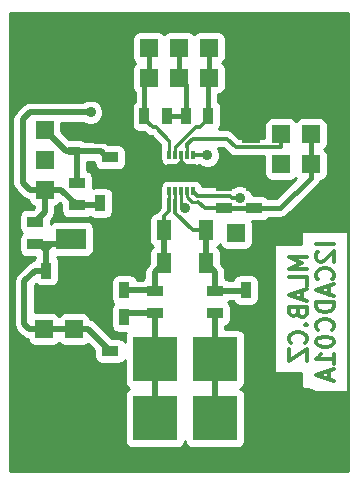
<source format=gbr>
G04 #@! TF.FileFunction,Copper,L2,Bot,Signal*
%FSLAX46Y46*%
G04 Gerber Fmt 4.6, Leading zero omitted, Abs format (unit mm)*
G04 Created by KiCad (PCBNEW (2015-05-13 BZR 5653)-product) date 10. 9. 2015 8:10:11*
%MOMM*%
G01*
G04 APERTURE LIST*
%ADD10C,0.300000*%
%ADD11R,0.889000X1.397000*%
%ADD12R,1.397000X0.889000*%
%ADD13R,2.499360X1.800860*%
%ADD14R,1.300480X1.699260*%
%ADD15R,1.000760X0.800100*%
%ADD16R,1.524000X1.524000*%
%ADD17C,6.000000*%
%ADD18R,3.810000X3.810000*%
%ADD19R,0.300000X0.650000*%
%ADD20R,1.240000X0.775000*%
%ADD21C,0.889000*%
%ADD22C,0.400000*%
%ADD23C,0.254000*%
%ADD24C,0.500000*%
G04 APERTURE END LIST*
D10*
X28364571Y20156570D02*
X26864571Y20156570D01*
X27007429Y19513713D02*
X26936000Y19442284D01*
X26864571Y19299427D01*
X26864571Y18942284D01*
X26936000Y18799427D01*
X27007429Y18727998D01*
X27150286Y18656570D01*
X27293143Y18656570D01*
X27507429Y18727998D01*
X28364571Y19585141D01*
X28364571Y18656570D01*
X28221714Y17156570D02*
X28293143Y17227999D01*
X28364571Y17442285D01*
X28364571Y17585142D01*
X28293143Y17799427D01*
X28150286Y17942285D01*
X28007429Y18013713D01*
X27721714Y18085142D01*
X27507429Y18085142D01*
X27221714Y18013713D01*
X27078857Y17942285D01*
X26936000Y17799427D01*
X26864571Y17585142D01*
X26864571Y17442285D01*
X26936000Y17227999D01*
X27007429Y17156570D01*
X27936000Y16585142D02*
X27936000Y15870856D01*
X28364571Y16727999D02*
X26864571Y16227999D01*
X28364571Y15727999D01*
X28364571Y15227999D02*
X26864571Y15227999D01*
X26864571Y14870856D01*
X26936000Y14656571D01*
X27078857Y14513713D01*
X27221714Y14442285D01*
X27507429Y14370856D01*
X27721714Y14370856D01*
X28007429Y14442285D01*
X28150286Y14513713D01*
X28293143Y14656571D01*
X28364571Y14870856D01*
X28364571Y15227999D01*
X28221714Y12870856D02*
X28293143Y12942285D01*
X28364571Y13156571D01*
X28364571Y13299428D01*
X28293143Y13513713D01*
X28150286Y13656571D01*
X28007429Y13727999D01*
X27721714Y13799428D01*
X27507429Y13799428D01*
X27221714Y13727999D01*
X27078857Y13656571D01*
X26936000Y13513713D01*
X26864571Y13299428D01*
X26864571Y13156571D01*
X26936000Y12942285D01*
X27007429Y12870856D01*
X26864571Y11942285D02*
X26864571Y11799428D01*
X26936000Y11656571D01*
X27007429Y11585142D01*
X27150286Y11513713D01*
X27436000Y11442285D01*
X27793143Y11442285D01*
X28078857Y11513713D01*
X28221714Y11585142D01*
X28293143Y11656571D01*
X28364571Y11799428D01*
X28364571Y11942285D01*
X28293143Y12085142D01*
X28221714Y12156571D01*
X28078857Y12227999D01*
X27793143Y12299428D01*
X27436000Y12299428D01*
X27150286Y12227999D01*
X27007429Y12156571D01*
X26936000Y12085142D01*
X26864571Y11942285D01*
X28364571Y10013714D02*
X28364571Y10870857D01*
X28364571Y10442285D02*
X26864571Y10442285D01*
X27078857Y10585142D01*
X27221714Y10728000D01*
X27293143Y10870857D01*
X27936000Y9442286D02*
X27936000Y8728000D01*
X28364571Y9585143D02*
X26864571Y9085143D01*
X28364571Y8585143D01*
X26078571Y19053428D02*
X24578571Y19053428D01*
X25650000Y18553428D01*
X24578571Y18053428D01*
X26078571Y18053428D01*
X26078571Y16624856D02*
X26078571Y17339142D01*
X24578571Y17339142D01*
X25650000Y16196285D02*
X25650000Y15481999D01*
X26078571Y16339142D02*
X24578571Y15839142D01*
X26078571Y15339142D01*
X25292857Y14339142D02*
X25364286Y14124856D01*
X25435714Y14053428D01*
X25578571Y13981999D01*
X25792857Y13981999D01*
X25935714Y14053428D01*
X26007143Y14124856D01*
X26078571Y14267714D01*
X26078571Y14839142D01*
X24578571Y14839142D01*
X24578571Y14339142D01*
X24650000Y14196285D01*
X24721429Y14124856D01*
X24864286Y14053428D01*
X25007143Y14053428D01*
X25150000Y14124856D01*
X25221429Y14196285D01*
X25292857Y14339142D01*
X25292857Y14839142D01*
X25935714Y13339142D02*
X26007143Y13267714D01*
X26078571Y13339142D01*
X26007143Y13410571D01*
X25935714Y13339142D01*
X26078571Y13339142D01*
X25935714Y11767713D02*
X26007143Y11839142D01*
X26078571Y12053428D01*
X26078571Y12196285D01*
X26007143Y12410570D01*
X25864286Y12553428D01*
X25721429Y12624856D01*
X25435714Y12696285D01*
X25221429Y12696285D01*
X24935714Y12624856D01*
X24792857Y12553428D01*
X24650000Y12410570D01*
X24578571Y12196285D01*
X24578571Y12053428D01*
X24650000Y11839142D01*
X24721429Y11767713D01*
X24578571Y11267713D02*
X24578571Y10267713D01*
X26078571Y11267713D01*
X26078571Y10267713D01*
D11*
X22796500Y16256000D03*
X20891500Y16256000D03*
X10604500Y16256000D03*
X8699500Y16256000D03*
D12*
X21590000Y25082500D03*
X21590000Y23177500D03*
X19050000Y25082500D03*
X19050000Y23177500D03*
D13*
X10126980Y20574000D03*
X6129020Y20574000D03*
D14*
X17498060Y18542000D03*
X13997940Y18542000D03*
X13997940Y21336000D03*
X17498060Y21336000D03*
D15*
X8592820Y28956000D03*
X6393180Y29908500D03*
X6393180Y28003500D03*
D16*
X3810000Y15494000D03*
X6350000Y15494000D03*
X3810000Y12954000D03*
X6350000Y12954000D03*
X3810000Y10414000D03*
X6350000Y10414000D03*
X22606000Y21082000D03*
X20066000Y21082000D03*
X26416000Y26924000D03*
X23876000Y26924000D03*
X26416000Y29464000D03*
X23876000Y29464000D03*
X20320000Y36766500D03*
X20320000Y34226500D03*
X17780000Y36766500D03*
X17780000Y34226500D03*
X15240000Y36766500D03*
X15240000Y34226500D03*
X12700000Y36766500D03*
X12700000Y34226500D03*
X10160000Y36766500D03*
X10160000Y34226500D03*
D17*
X5080000Y35560000D03*
X25400000Y5080000D03*
X25400000Y35560000D03*
X5080000Y5080000D03*
D18*
X18288000Y5414000D03*
X18288000Y10414000D03*
X13208000Y5414000D03*
X13208000Y10414000D03*
D12*
X18288000Y16192500D03*
X18288000Y14287500D03*
X13208000Y16192500D03*
X13208000Y14287500D03*
X6604000Y25336500D03*
X6604000Y23431500D03*
D11*
X17716500Y30988000D03*
X15811500Y30988000D03*
X12319000Y30988000D03*
X14224000Y30988000D03*
D19*
X16430500Y24612000D03*
X15930500Y24612000D03*
X15430500Y24612000D03*
X14930500Y24612000D03*
X14430500Y24612000D03*
X14430500Y27712000D03*
X14930500Y27712000D03*
X15430500Y27712000D03*
X15930500Y27712000D03*
X16430500Y27712000D03*
D20*
X14810500Y26549500D03*
X16050500Y26549500D03*
X14810500Y25774500D03*
X16050500Y25774500D03*
D16*
X3873500Y24765000D03*
X3873500Y27305000D03*
X3873500Y29845000D03*
X21336000Y26924000D03*
X21336000Y29464000D03*
D12*
X3048000Y20129500D03*
X3048000Y22034500D03*
D11*
X5905500Y17907000D03*
X4000500Y17907000D03*
X10477500Y23622000D03*
X8572500Y23622000D03*
D12*
X9398000Y9207500D03*
X9398000Y11112500D03*
X9398000Y25590500D03*
X9398000Y27495500D03*
D11*
X8699500Y13970000D03*
X10604500Y13970000D03*
D21*
X7757524Y31309999D03*
X15748000Y23177500D03*
X17653000Y27686000D03*
X20402158Y24041436D03*
D22*
X20320000Y36766500D02*
X20320000Y34226500D01*
X10160000Y36766500D02*
X10160000Y34226500D01*
D23*
X15430500Y27169500D02*
X16050500Y26549500D01*
X15430500Y27169500D02*
X14810500Y26549500D01*
X15430500Y27712000D02*
X15430500Y27169500D01*
X14930500Y24612000D02*
X14930500Y23846618D01*
D10*
X17498060Y21336000D02*
X16413638Y21336000D01*
X16413638Y21336000D02*
X14930500Y22819138D01*
X14930500Y22819138D02*
X14930500Y23846618D01*
D24*
X18288000Y17752060D02*
X17498060Y18542000D01*
X18288000Y16192500D02*
X18288000Y17752060D01*
X17498060Y18542000D02*
X17498060Y21336000D01*
X20828000Y16192500D02*
X20891500Y16256000D01*
X18288000Y16192500D02*
X20828000Y16192500D01*
D23*
X14430500Y24612000D02*
X14430500Y24304500D01*
X14430490Y24304490D02*
X14430490Y23992878D01*
X14430500Y24304500D02*
X14430490Y24304490D01*
D10*
X13997940Y21336000D02*
X13997940Y22485630D01*
X13997940Y22485630D02*
X14430490Y22918180D01*
X14430490Y22918180D02*
X14430490Y23992878D01*
D24*
X13208000Y17752060D02*
X13997940Y18542000D01*
X13208000Y16192500D02*
X13208000Y17752060D01*
X13997940Y18542000D02*
X13997940Y21336000D01*
D23*
X14430500Y21768560D02*
X13997940Y21336000D01*
D24*
X13144500Y16256000D02*
X13208000Y16192500D01*
X10604500Y16256000D02*
X13144500Y16256000D01*
X3873500Y24765000D02*
X3873500Y24701500D01*
X3406709Y22393209D02*
X3048000Y22034500D01*
D22*
X21590000Y23177500D02*
X19050000Y23177500D01*
X26416000Y26924000D02*
X26416000Y25762000D01*
X26416000Y25762000D02*
X23831500Y23177500D01*
X23831500Y23177500D02*
X22688500Y23177500D01*
X22688500Y23177500D02*
X21590000Y23177500D01*
D10*
X16891000Y23749000D02*
X17462500Y23177500D01*
X17462500Y23177500D02*
X19050000Y23177500D01*
D23*
X16318322Y23749000D02*
X16891000Y23749000D01*
X15930500Y24612000D02*
X15930500Y24136822D01*
X15930500Y24136822D02*
X16318322Y23749000D01*
D22*
X26416000Y26924000D02*
X26416000Y29464000D01*
X15811500Y30988000D02*
X15811500Y33655000D01*
X15811500Y33655000D02*
X15240000Y34226500D01*
X15811500Y30988000D02*
X14224000Y30988000D01*
X15240000Y36766500D02*
X15240000Y34226500D01*
D24*
X3873500Y24765000D02*
X2611500Y24765000D01*
X2611500Y24765000D02*
X2032000Y25344500D01*
X2032000Y30732150D02*
X2609849Y31309999D01*
X2032000Y25344500D02*
X2032000Y30732150D01*
X2609849Y31309999D02*
X6280149Y31309999D01*
X7757524Y31309999D02*
X6280149Y31309999D01*
X3873500Y22860000D02*
X3048000Y22034500D01*
X3873500Y24765000D02*
X3873500Y22860000D01*
X5270500Y24765000D02*
X6604000Y23431500D01*
X3873500Y24765000D02*
X5270500Y24765000D01*
X6604000Y23431500D02*
X8534400Y23431500D01*
D23*
X15430500Y24612000D02*
X15430500Y23495000D01*
X15430500Y23495000D02*
X15748000Y23177500D01*
D10*
X17653000Y27686000D02*
X16456501Y27686000D01*
X16456501Y27686000D02*
X16430501Y27712000D01*
X23876000Y26924000D02*
X23703142Y26924000D01*
X15930500Y28376500D02*
X15930500Y28583880D01*
X15930500Y28583880D02*
X16429620Y29083000D01*
X16429620Y29083000D02*
X19304000Y29083000D01*
X19304000Y29083000D02*
X20035001Y28351999D01*
X20035001Y28351999D02*
X23825999Y28351999D01*
X23825999Y28351999D02*
X23876000Y28402000D01*
X23876000Y28402000D02*
X23876000Y29464000D01*
D23*
X15930500Y27712000D02*
X15930500Y28376500D01*
X14930500Y28291000D02*
X15027148Y28387648D01*
D10*
X16675000Y30035500D02*
X15027148Y28387648D01*
X17716500Y30988000D02*
X17716500Y30734000D01*
X17716500Y30734000D02*
X17018000Y30035500D01*
X17018000Y30035500D02*
X16675000Y30035500D01*
D22*
X17716500Y30988000D02*
X17716500Y34163000D01*
X17716500Y34163000D02*
X17780000Y34226500D01*
X17780000Y36766500D02*
X17780000Y34226500D01*
D23*
X14930500Y27712000D02*
X14930500Y28291000D01*
D10*
X13017500Y30035500D02*
X13271500Y30035500D01*
X13271500Y30035500D02*
X14430500Y28876500D01*
X12319000Y30988000D02*
X12319000Y30734000D01*
X12319000Y30734000D02*
X13017500Y30035500D01*
D22*
X12319000Y30988000D02*
X12319000Y33845500D01*
X12319000Y33845500D02*
X12700000Y34226500D01*
X12700000Y36766500D02*
X12700000Y34226500D01*
D23*
X14430500Y27712000D02*
X14430500Y28876500D01*
D24*
X18288000Y7819000D02*
X18288000Y10414000D01*
X18288000Y5414000D02*
X18288000Y7819000D01*
X18288000Y10414000D02*
X18288000Y14287500D01*
X13208000Y14287500D02*
X10922000Y14287500D01*
X10922000Y14287500D02*
X10604500Y13970000D01*
X13208000Y7819000D02*
X13208000Y10414000D01*
X13208000Y5414000D02*
X13208000Y7819000D01*
X13208000Y10414000D02*
X13208000Y14287500D01*
X6350000Y12954000D02*
X7556500Y12954000D01*
X7556500Y12954000D02*
X9398000Y11112500D01*
X3810000Y12954000D02*
X6350000Y12954000D01*
X3048000Y20129500D02*
X4399629Y20129500D01*
X4399629Y20129500D02*
X5684520Y20129500D01*
X4000500Y19621500D02*
X4000500Y19730371D01*
X4000500Y19730371D02*
X4399629Y20129500D01*
X4000500Y19621500D02*
X3492500Y20129500D01*
X3492500Y20129500D02*
X3048000Y20129500D01*
X4000500Y17907000D02*
X4000500Y19621500D01*
X5684520Y20129500D02*
X6129020Y20574000D01*
X2159000Y13343000D02*
X2159000Y17010000D01*
X2159000Y17010000D02*
X3056000Y17907000D01*
X3056000Y17907000D02*
X4000500Y17907000D01*
X3810000Y12954000D02*
X2548000Y12954000D01*
X2548000Y12954000D02*
X2159000Y13343000D01*
X6413500Y12890500D02*
X6350000Y12954000D01*
D10*
X19773541Y24041436D02*
X19565969Y24249008D01*
X19565969Y24249008D02*
X16793492Y24249008D01*
X16793492Y24249008D02*
X16430501Y24611999D01*
X16430501Y24611999D02*
X16430501Y24612000D01*
X20402158Y24041436D02*
X19773541Y24041436D01*
D24*
X6393180Y28003500D02*
X5715000Y28003500D01*
X5715000Y28003500D02*
X3873500Y29845000D01*
X3937000Y29908500D02*
X3873500Y29845000D01*
X6604000Y25336500D02*
X6604000Y27792680D01*
X6604000Y27792680D02*
X6393180Y28003500D01*
D22*
X6493510Y28003500D02*
X6393180Y28003500D01*
D24*
X8626068Y28003500D02*
X9266034Y27363534D01*
X6393180Y28003500D02*
X8626068Y28003500D01*
D23*
G36*
X29541000Y939000D02*
X29521000Y939000D01*
X29521000Y7657287D01*
X29521000Y21298714D01*
X27825440Y21298714D01*
X27825440Y26162000D01*
X27825440Y27686000D01*
X27778463Y27928123D01*
X27638673Y28140927D01*
X27560458Y28193723D01*
X27632927Y28241327D01*
X27775377Y28452360D01*
X27825440Y28702000D01*
X27825440Y30226000D01*
X27778463Y30468123D01*
X27638673Y30680927D01*
X27427640Y30823377D01*
X27178000Y30873440D01*
X25654000Y30873440D01*
X25411877Y30826463D01*
X25199073Y30686673D01*
X25146277Y30608459D01*
X25098673Y30680927D01*
X24887640Y30823377D01*
X24638000Y30873440D01*
X23114000Y30873440D01*
X22871877Y30826463D01*
X22659073Y30686673D01*
X22516623Y30475640D01*
X22466560Y30226000D01*
X22466560Y29136999D01*
X20360158Y29136999D01*
X19859079Y29638079D01*
X19604407Y29808245D01*
X19304000Y29868000D01*
X18642369Y29868000D01*
X18758377Y30039860D01*
X18808440Y30289500D01*
X18808440Y31686500D01*
X18761463Y31928623D01*
X18621673Y32141427D01*
X18551500Y32188795D01*
X18551500Y32818904D01*
X18784123Y32864037D01*
X18996927Y33003827D01*
X19139377Y33214860D01*
X19189440Y33464500D01*
X19189440Y34988500D01*
X19142463Y35230623D01*
X19002673Y35443427D01*
X18924458Y35496223D01*
X18996927Y35543827D01*
X19139377Y35754860D01*
X19189440Y36004500D01*
X19189440Y37528500D01*
X19142463Y37770623D01*
X19002673Y37983427D01*
X18791640Y38125877D01*
X18542000Y38175940D01*
X17018000Y38175940D01*
X16775877Y38128963D01*
X16563073Y37989173D01*
X16510277Y37910959D01*
X16462673Y37983427D01*
X16251640Y38125877D01*
X16002000Y38175940D01*
X14478000Y38175940D01*
X14235877Y38128963D01*
X14023073Y37989173D01*
X13970277Y37910959D01*
X13922673Y37983427D01*
X13711640Y38125877D01*
X13462000Y38175940D01*
X11938000Y38175940D01*
X11695877Y38128963D01*
X11483073Y37989173D01*
X11340623Y37778140D01*
X11290560Y37528500D01*
X11290560Y36004500D01*
X11337537Y35762377D01*
X11477327Y35549573D01*
X11555541Y35496778D01*
X11483073Y35449173D01*
X11340623Y35238140D01*
X11290560Y34988500D01*
X11290560Y33464500D01*
X11337537Y33222377D01*
X11477327Y33009573D01*
X11484000Y33005068D01*
X11484000Y32189495D01*
X11419573Y32147173D01*
X11277123Y31936140D01*
X11227060Y31686500D01*
X11227060Y30289500D01*
X11274037Y30047377D01*
X11413827Y29834573D01*
X11624860Y29692123D01*
X11874500Y29642060D01*
X12300782Y29642060D01*
X12462421Y29480421D01*
X12717093Y29310255D01*
X12717094Y29310255D01*
X12928673Y29268169D01*
X13668500Y28528342D01*
X13668500Y28213723D01*
X13633060Y28037000D01*
X13633060Y27387000D01*
X13680037Y27144877D01*
X13819827Y26932073D01*
X14030860Y26789623D01*
X14280500Y26739560D01*
X14580500Y26739560D01*
X14682152Y26759283D01*
X14780500Y26739560D01*
X15080500Y26739560D01*
X15322623Y26786537D01*
X15430474Y26857385D01*
X15530860Y26789623D01*
X15780500Y26739560D01*
X16080500Y26739560D01*
X16182152Y26759283D01*
X16280500Y26739560D01*
X16580500Y26739560D01*
X16822623Y26786537D01*
X16945200Y26867058D01*
X17040714Y26771378D01*
X17437332Y26606687D01*
X17866784Y26606313D01*
X18263689Y26770311D01*
X18567622Y27073714D01*
X18732313Y27470332D01*
X18732687Y27899784D01*
X18568689Y28296689D01*
X18567380Y28298000D01*
X18978842Y28298000D01*
X19479919Y27796924D01*
X19479922Y27796920D01*
X19479923Y27796920D01*
X19734595Y27626754D01*
X20035001Y27566998D01*
X20035001Y27566999D01*
X20035006Y27566999D01*
X22466560Y27566999D01*
X22466560Y26162000D01*
X22513537Y25919877D01*
X22653327Y25707073D01*
X22864360Y25564623D01*
X23114000Y25514560D01*
X24638000Y25514560D01*
X24880123Y25561537D01*
X25092927Y25701327D01*
X25145722Y25779542D01*
X25188124Y25714993D01*
X23485632Y24012500D01*
X22791494Y24012500D01*
X22749173Y24076927D01*
X22538140Y24219377D01*
X22288500Y24269440D01*
X21475969Y24269440D01*
X21317847Y24652125D01*
X21014444Y24956058D01*
X20617826Y25120749D01*
X20188374Y25121123D01*
X19843793Y24978745D01*
X19565969Y25034008D01*
X17209118Y25034008D01*
X17180963Y25179123D01*
X17041173Y25391927D01*
X16830140Y25534377D01*
X16580500Y25584440D01*
X16280500Y25584440D01*
X16178847Y25564718D01*
X16080500Y25584440D01*
X15780500Y25584440D01*
X15678847Y25564718D01*
X15580500Y25584440D01*
X15280500Y25584440D01*
X15178847Y25564718D01*
X15080500Y25584440D01*
X14780500Y25584440D01*
X14678847Y25564718D01*
X14580500Y25584440D01*
X14280500Y25584440D01*
X14038377Y25537463D01*
X13825573Y25397673D01*
X13683123Y25186640D01*
X13633060Y24937000D01*
X13633060Y24287000D01*
X13668085Y24106475D01*
X13645490Y23992878D01*
X13645490Y23243338D01*
X13442861Y23040709D01*
X13297630Y22823356D01*
X13105577Y22786093D01*
X12892773Y22646303D01*
X12750323Y22435270D01*
X12700260Y22185630D01*
X12700260Y20486370D01*
X12747237Y20244247D01*
X12887027Y20031443D01*
X13024359Y19938742D01*
X12892773Y19852303D01*
X12750323Y19641270D01*
X12700260Y19391630D01*
X12700260Y18495900D01*
X12582210Y18377850D01*
X12390367Y18090735D01*
X12379189Y18034545D01*
X12322999Y17752060D01*
X12323000Y17752054D01*
X12323000Y17248256D01*
X12267377Y17237463D01*
X12120530Y17141000D01*
X11660255Y17141000D01*
X11649463Y17196623D01*
X11509673Y17409427D01*
X11298640Y17551877D01*
X11049000Y17601940D01*
X10160000Y17601940D01*
X9917877Y17554963D01*
X9705073Y17415173D01*
X9562623Y17204140D01*
X9512560Y16954500D01*
X9512560Y15557500D01*
X9559537Y15315377D01*
X9693305Y15111740D01*
X9562623Y14918140D01*
X9512560Y14668500D01*
X9512560Y13271500D01*
X9559537Y13029377D01*
X9699327Y12816573D01*
X9910360Y12674123D01*
X10160000Y12624060D01*
X10743032Y12624060D01*
X10705623Y12568640D01*
X10655560Y12319000D01*
X10655560Y11862151D01*
X10557173Y12011927D01*
X10346140Y12154377D01*
X10096500Y12204440D01*
X9557639Y12204440D01*
X8182290Y13579790D01*
X7895175Y13771633D01*
X7838984Y13782811D01*
X7742763Y13801950D01*
X7712463Y13958123D01*
X7572673Y14170927D01*
X7361640Y14313377D01*
X7112000Y14363440D01*
X5588000Y14363440D01*
X5345877Y14316463D01*
X5133073Y14176673D01*
X5080277Y14098459D01*
X5032673Y14170927D01*
X4821640Y14313377D01*
X4572000Y14363440D01*
X3048000Y14363440D01*
X3044000Y14362664D01*
X3044000Y16643421D01*
X3130446Y16729867D01*
X3306360Y16611123D01*
X3556000Y16561060D01*
X4445000Y16561060D01*
X4687123Y16608037D01*
X4899927Y16747827D01*
X5042377Y16958860D01*
X5092440Y17208500D01*
X5092440Y18605500D01*
X5045463Y18847623D01*
X4928202Y19026130D01*
X7378700Y19026130D01*
X7620823Y19073107D01*
X7833627Y19212897D01*
X7976077Y19423930D01*
X8026140Y19673570D01*
X8026140Y21474430D01*
X7979163Y21716553D01*
X7839373Y21929357D01*
X7628340Y22071807D01*
X7378700Y22121870D01*
X4879340Y22121870D01*
X4637217Y22074893D01*
X4424413Y21935103D01*
X4393940Y21889959D01*
X4393940Y22128861D01*
X4499286Y22234208D01*
X4499289Y22234210D01*
X4499290Y22234210D01*
X4691133Y22521325D01*
X4758500Y22860000D01*
X4758500Y23379425D01*
X4877623Y23402537D01*
X5090427Y23542327D01*
X5151345Y23632575D01*
X5258060Y23525860D01*
X5258060Y22987000D01*
X5305037Y22744877D01*
X5444827Y22532073D01*
X5655860Y22389623D01*
X5905500Y22339560D01*
X7302500Y22339560D01*
X7544623Y22386537D01*
X7668402Y22467848D01*
X7878360Y22326123D01*
X8128000Y22276060D01*
X9017000Y22276060D01*
X9259123Y22323037D01*
X9471927Y22462827D01*
X9614377Y22673860D01*
X9664440Y22923500D01*
X9664440Y24320500D01*
X9617463Y24562623D01*
X9477673Y24775427D01*
X9266640Y24917877D01*
X9017000Y24967940D01*
X8128000Y24967940D01*
X7949940Y24933393D01*
X7949940Y25781000D01*
X7902963Y26023123D01*
X7763173Y26235927D01*
X7552140Y26378377D01*
X7489000Y26391039D01*
X7489000Y27118500D01*
X8052060Y27118500D01*
X8052060Y27051000D01*
X8099037Y26808877D01*
X8238827Y26596073D01*
X8449860Y26453623D01*
X8699500Y26403560D01*
X10096500Y26403560D01*
X10338623Y26450537D01*
X10551427Y26590327D01*
X10693877Y26801360D01*
X10743940Y27051000D01*
X10743940Y27940000D01*
X10696963Y28182123D01*
X10557173Y28394927D01*
X10346140Y28537377D01*
X10096500Y28587440D01*
X9293707Y28587440D01*
X9251858Y28629290D01*
X8964743Y28821133D01*
X8908552Y28832311D01*
X8626068Y28888501D01*
X8626062Y28888500D01*
X7309755Y28888500D01*
X7143200Y29000927D01*
X6893560Y29050990D01*
X5919089Y29050990D01*
X5282940Y29687139D01*
X5282940Y30424999D01*
X6280149Y30424999D01*
X7115667Y30424999D01*
X7145238Y30395377D01*
X7541856Y30230686D01*
X7971308Y30230312D01*
X8368213Y30394310D01*
X8672146Y30697713D01*
X8836837Y31094331D01*
X8837211Y31523783D01*
X8673213Y31920688D01*
X8369810Y32224621D01*
X7973192Y32389312D01*
X7543740Y32389686D01*
X7146835Y32225688D01*
X7116092Y32194999D01*
X6280149Y32194999D01*
X2609854Y32194999D01*
X2609849Y32195000D01*
X2327364Y32138810D01*
X2271174Y32127632D01*
X1984059Y31935789D01*
X1984056Y31935786D01*
X1406210Y31357940D01*
X1214367Y31070825D01*
X1203189Y31014635D01*
X1146999Y30732150D01*
X1147000Y30732144D01*
X1147000Y25344506D01*
X1146999Y25344500D01*
X1203189Y25062016D01*
X1214367Y25005825D01*
X1406210Y24718710D01*
X1985707Y24139214D01*
X1985710Y24139210D01*
X1985711Y24139210D01*
X2272825Y23947367D01*
X2272826Y23947367D01*
X2329015Y23936190D01*
X2482963Y23905568D01*
X2482964Y23905567D01*
X2511037Y23760877D01*
X2650827Y23548073D01*
X2861860Y23405623D01*
X2988500Y23380227D01*
X2988500Y23226580D01*
X2888360Y23126440D01*
X2349500Y23126440D01*
X2107377Y23079463D01*
X1894573Y22939673D01*
X1752123Y22728640D01*
X1702060Y22479000D01*
X1702060Y21590000D01*
X1749037Y21347877D01*
X1888827Y21135073D01*
X1967041Y21082278D01*
X1894573Y21034673D01*
X1752123Y20823640D01*
X1702060Y20574000D01*
X1702060Y19685000D01*
X1749037Y19442877D01*
X1888827Y19230073D01*
X2099860Y19087623D01*
X2349500Y19037560D01*
X3081758Y19037560D01*
X2958623Y18855140D01*
X2941389Y18769204D01*
X2717326Y18724634D01*
X2622054Y18660976D01*
X2430210Y18532790D01*
X2430207Y18532787D01*
X1533210Y17635790D01*
X1341367Y17348675D01*
X1330189Y17292485D01*
X1273999Y17010000D01*
X1274000Y17009994D01*
X1274000Y13343006D01*
X1273999Y13343000D01*
X1330189Y13060516D01*
X1341367Y13004325D01*
X1533210Y12717210D01*
X1922207Y12328214D01*
X1922210Y12328210D01*
X2209325Y12136367D01*
X2419463Y12094568D01*
X2419464Y12094567D01*
X2447537Y11949877D01*
X2587327Y11737073D01*
X2798360Y11594623D01*
X3048000Y11544560D01*
X4572000Y11544560D01*
X4814123Y11591537D01*
X5026927Y11731327D01*
X5079722Y11809542D01*
X5127327Y11737073D01*
X5338360Y11594623D01*
X5588000Y11544560D01*
X7112000Y11544560D01*
X7354123Y11591537D01*
X7543187Y11715733D01*
X8052060Y11206860D01*
X8052060Y10668000D01*
X8099037Y10425877D01*
X8238827Y10213073D01*
X8449860Y10070623D01*
X8699500Y10020560D01*
X10096500Y10020560D01*
X10338623Y10067537D01*
X10551427Y10207327D01*
X10655560Y10361596D01*
X10655560Y8509000D01*
X10702537Y8266877D01*
X10842327Y8054073D01*
X11051181Y7913094D01*
X10848073Y7779673D01*
X10705623Y7568640D01*
X10655560Y7319000D01*
X10655560Y3509000D01*
X10702537Y3266877D01*
X10842327Y3054073D01*
X11053360Y2911623D01*
X11303000Y2861560D01*
X15113000Y2861560D01*
X15355123Y2908537D01*
X15567927Y3048327D01*
X15710377Y3259360D01*
X15747794Y3445943D01*
X15782537Y3266877D01*
X15922327Y3054073D01*
X16133360Y2911623D01*
X16383000Y2861560D01*
X20193000Y2861560D01*
X20435123Y2908537D01*
X20647927Y3048327D01*
X20790377Y3259360D01*
X20840440Y3509000D01*
X20840440Y7319000D01*
X20793463Y7561123D01*
X20653673Y7773927D01*
X20444818Y7914907D01*
X20647927Y8048327D01*
X20790377Y8259360D01*
X20840440Y8509000D01*
X20840440Y12319000D01*
X20793463Y12561123D01*
X20653673Y12773927D01*
X20442640Y12916377D01*
X20193000Y12966440D01*
X19173000Y12966440D01*
X19173000Y13231745D01*
X19228623Y13242537D01*
X19441427Y13382327D01*
X19583877Y13593360D01*
X19633940Y13843000D01*
X19633940Y14732000D01*
X19586963Y14974123D01*
X19447173Y15186927D01*
X19368958Y15239723D01*
X19441427Y15287327D01*
X19455044Y15307500D01*
X19851711Y15307500D01*
X19986327Y15102573D01*
X20197360Y14960123D01*
X20447000Y14910060D01*
X21336000Y14910060D01*
X21578123Y14957037D01*
X21790927Y15096827D01*
X21933377Y15307860D01*
X21983440Y15557500D01*
X21983440Y16954500D01*
X21936463Y17196623D01*
X21796673Y17409427D01*
X21585640Y17551877D01*
X21336000Y17601940D01*
X20447000Y17601940D01*
X20204877Y17554963D01*
X19992073Y17415173D01*
X19849623Y17204140D01*
X19824226Y17077500D01*
X19456650Y17077500D01*
X19447173Y17091927D01*
X19236140Y17234377D01*
X19173000Y17247039D01*
X19173000Y17752055D01*
X19173000Y17752060D01*
X19173001Y17752060D01*
X19116810Y18034545D01*
X19105633Y18090734D01*
X19105633Y18090735D01*
X18913790Y18377849D01*
X18913790Y18377850D01*
X18913786Y18377853D01*
X18795740Y18495899D01*
X18795740Y19391630D01*
X18748763Y19633753D01*
X18608973Y19846557D01*
X18471640Y19939259D01*
X18603227Y20025697D01*
X18689005Y20152774D01*
X18703537Y20077877D01*
X18843327Y19865073D01*
X19054360Y19722623D01*
X19304000Y19672560D01*
X20828000Y19672560D01*
X21070123Y19719537D01*
X21282927Y19859327D01*
X21425377Y20070360D01*
X21475440Y20320000D01*
X21475440Y21844000D01*
X21428572Y22085560D01*
X22288500Y22085560D01*
X22530623Y22132537D01*
X22743427Y22272327D01*
X22790794Y22342500D01*
X23831500Y22342500D01*
X24151040Y22406061D01*
X24151041Y22406061D01*
X24421934Y22587066D01*
X27006434Y25171566D01*
X27187439Y25442459D01*
X27187439Y25442460D01*
X27202735Y25519360D01*
X27420123Y25561537D01*
X27632927Y25701327D01*
X27775377Y25912360D01*
X27825440Y26162000D01*
X27825440Y21298714D01*
X25551000Y21298714D01*
X25551000Y20195572D01*
X23265000Y20195572D01*
X23265000Y9268429D01*
X25551000Y9268429D01*
X25551000Y7657287D01*
X29521000Y7657287D01*
X29521000Y939000D01*
X939000Y939000D01*
X939000Y39701000D01*
X29541000Y39701000D01*
X29541000Y939000D01*
X29541000Y939000D01*
G37*
X29541000Y939000D02*
X29521000Y939000D01*
X29521000Y7657287D01*
X29521000Y21298714D01*
X27825440Y21298714D01*
X27825440Y26162000D01*
X27825440Y27686000D01*
X27778463Y27928123D01*
X27638673Y28140927D01*
X27560458Y28193723D01*
X27632927Y28241327D01*
X27775377Y28452360D01*
X27825440Y28702000D01*
X27825440Y30226000D01*
X27778463Y30468123D01*
X27638673Y30680927D01*
X27427640Y30823377D01*
X27178000Y30873440D01*
X25654000Y30873440D01*
X25411877Y30826463D01*
X25199073Y30686673D01*
X25146277Y30608459D01*
X25098673Y30680927D01*
X24887640Y30823377D01*
X24638000Y30873440D01*
X23114000Y30873440D01*
X22871877Y30826463D01*
X22659073Y30686673D01*
X22516623Y30475640D01*
X22466560Y30226000D01*
X22466560Y29136999D01*
X20360158Y29136999D01*
X19859079Y29638079D01*
X19604407Y29808245D01*
X19304000Y29868000D01*
X18642369Y29868000D01*
X18758377Y30039860D01*
X18808440Y30289500D01*
X18808440Y31686500D01*
X18761463Y31928623D01*
X18621673Y32141427D01*
X18551500Y32188795D01*
X18551500Y32818904D01*
X18784123Y32864037D01*
X18996927Y33003827D01*
X19139377Y33214860D01*
X19189440Y33464500D01*
X19189440Y34988500D01*
X19142463Y35230623D01*
X19002673Y35443427D01*
X18924458Y35496223D01*
X18996927Y35543827D01*
X19139377Y35754860D01*
X19189440Y36004500D01*
X19189440Y37528500D01*
X19142463Y37770623D01*
X19002673Y37983427D01*
X18791640Y38125877D01*
X18542000Y38175940D01*
X17018000Y38175940D01*
X16775877Y38128963D01*
X16563073Y37989173D01*
X16510277Y37910959D01*
X16462673Y37983427D01*
X16251640Y38125877D01*
X16002000Y38175940D01*
X14478000Y38175940D01*
X14235877Y38128963D01*
X14023073Y37989173D01*
X13970277Y37910959D01*
X13922673Y37983427D01*
X13711640Y38125877D01*
X13462000Y38175940D01*
X11938000Y38175940D01*
X11695877Y38128963D01*
X11483073Y37989173D01*
X11340623Y37778140D01*
X11290560Y37528500D01*
X11290560Y36004500D01*
X11337537Y35762377D01*
X11477327Y35549573D01*
X11555541Y35496778D01*
X11483073Y35449173D01*
X11340623Y35238140D01*
X11290560Y34988500D01*
X11290560Y33464500D01*
X11337537Y33222377D01*
X11477327Y33009573D01*
X11484000Y33005068D01*
X11484000Y32189495D01*
X11419573Y32147173D01*
X11277123Y31936140D01*
X11227060Y31686500D01*
X11227060Y30289500D01*
X11274037Y30047377D01*
X11413827Y29834573D01*
X11624860Y29692123D01*
X11874500Y29642060D01*
X12300782Y29642060D01*
X12462421Y29480421D01*
X12717093Y29310255D01*
X12717094Y29310255D01*
X12928673Y29268169D01*
X13668500Y28528342D01*
X13668500Y28213723D01*
X13633060Y28037000D01*
X13633060Y27387000D01*
X13680037Y27144877D01*
X13819827Y26932073D01*
X14030860Y26789623D01*
X14280500Y26739560D01*
X14580500Y26739560D01*
X14682152Y26759283D01*
X14780500Y26739560D01*
X15080500Y26739560D01*
X15322623Y26786537D01*
X15430474Y26857385D01*
X15530860Y26789623D01*
X15780500Y26739560D01*
X16080500Y26739560D01*
X16182152Y26759283D01*
X16280500Y26739560D01*
X16580500Y26739560D01*
X16822623Y26786537D01*
X16945200Y26867058D01*
X17040714Y26771378D01*
X17437332Y26606687D01*
X17866784Y26606313D01*
X18263689Y26770311D01*
X18567622Y27073714D01*
X18732313Y27470332D01*
X18732687Y27899784D01*
X18568689Y28296689D01*
X18567380Y28298000D01*
X18978842Y28298000D01*
X19479919Y27796924D01*
X19479922Y27796920D01*
X19479923Y27796920D01*
X19734595Y27626754D01*
X20035001Y27566998D01*
X20035001Y27566999D01*
X20035006Y27566999D01*
X22466560Y27566999D01*
X22466560Y26162000D01*
X22513537Y25919877D01*
X22653327Y25707073D01*
X22864360Y25564623D01*
X23114000Y25514560D01*
X24638000Y25514560D01*
X24880123Y25561537D01*
X25092927Y25701327D01*
X25145722Y25779542D01*
X25188124Y25714993D01*
X23485632Y24012500D01*
X22791494Y24012500D01*
X22749173Y24076927D01*
X22538140Y24219377D01*
X22288500Y24269440D01*
X21475969Y24269440D01*
X21317847Y24652125D01*
X21014444Y24956058D01*
X20617826Y25120749D01*
X20188374Y25121123D01*
X19843793Y24978745D01*
X19565969Y25034008D01*
X17209118Y25034008D01*
X17180963Y25179123D01*
X17041173Y25391927D01*
X16830140Y25534377D01*
X16580500Y25584440D01*
X16280500Y25584440D01*
X16178847Y25564718D01*
X16080500Y25584440D01*
X15780500Y25584440D01*
X15678847Y25564718D01*
X15580500Y25584440D01*
X15280500Y25584440D01*
X15178847Y25564718D01*
X15080500Y25584440D01*
X14780500Y25584440D01*
X14678847Y25564718D01*
X14580500Y25584440D01*
X14280500Y25584440D01*
X14038377Y25537463D01*
X13825573Y25397673D01*
X13683123Y25186640D01*
X13633060Y24937000D01*
X13633060Y24287000D01*
X13668085Y24106475D01*
X13645490Y23992878D01*
X13645490Y23243338D01*
X13442861Y23040709D01*
X13297630Y22823356D01*
X13105577Y22786093D01*
X12892773Y22646303D01*
X12750323Y22435270D01*
X12700260Y22185630D01*
X12700260Y20486370D01*
X12747237Y20244247D01*
X12887027Y20031443D01*
X13024359Y19938742D01*
X12892773Y19852303D01*
X12750323Y19641270D01*
X12700260Y19391630D01*
X12700260Y18495900D01*
X12582210Y18377850D01*
X12390367Y18090735D01*
X12379189Y18034545D01*
X12322999Y17752060D01*
X12323000Y17752054D01*
X12323000Y17248256D01*
X12267377Y17237463D01*
X12120530Y17141000D01*
X11660255Y17141000D01*
X11649463Y17196623D01*
X11509673Y17409427D01*
X11298640Y17551877D01*
X11049000Y17601940D01*
X10160000Y17601940D01*
X9917877Y17554963D01*
X9705073Y17415173D01*
X9562623Y17204140D01*
X9512560Y16954500D01*
X9512560Y15557500D01*
X9559537Y15315377D01*
X9693305Y15111740D01*
X9562623Y14918140D01*
X9512560Y14668500D01*
X9512560Y13271500D01*
X9559537Y13029377D01*
X9699327Y12816573D01*
X9910360Y12674123D01*
X10160000Y12624060D01*
X10743032Y12624060D01*
X10705623Y12568640D01*
X10655560Y12319000D01*
X10655560Y11862151D01*
X10557173Y12011927D01*
X10346140Y12154377D01*
X10096500Y12204440D01*
X9557639Y12204440D01*
X8182290Y13579790D01*
X7895175Y13771633D01*
X7838984Y13782811D01*
X7742763Y13801950D01*
X7712463Y13958123D01*
X7572673Y14170927D01*
X7361640Y14313377D01*
X7112000Y14363440D01*
X5588000Y14363440D01*
X5345877Y14316463D01*
X5133073Y14176673D01*
X5080277Y14098459D01*
X5032673Y14170927D01*
X4821640Y14313377D01*
X4572000Y14363440D01*
X3048000Y14363440D01*
X3044000Y14362664D01*
X3044000Y16643421D01*
X3130446Y16729867D01*
X3306360Y16611123D01*
X3556000Y16561060D01*
X4445000Y16561060D01*
X4687123Y16608037D01*
X4899927Y16747827D01*
X5042377Y16958860D01*
X5092440Y17208500D01*
X5092440Y18605500D01*
X5045463Y18847623D01*
X4928202Y19026130D01*
X7378700Y19026130D01*
X7620823Y19073107D01*
X7833627Y19212897D01*
X7976077Y19423930D01*
X8026140Y19673570D01*
X8026140Y21474430D01*
X7979163Y21716553D01*
X7839373Y21929357D01*
X7628340Y22071807D01*
X7378700Y22121870D01*
X4879340Y22121870D01*
X4637217Y22074893D01*
X4424413Y21935103D01*
X4393940Y21889959D01*
X4393940Y22128861D01*
X4499286Y22234208D01*
X4499289Y22234210D01*
X4499290Y22234210D01*
X4691133Y22521325D01*
X4758500Y22860000D01*
X4758500Y23379425D01*
X4877623Y23402537D01*
X5090427Y23542327D01*
X5151345Y23632575D01*
X5258060Y23525860D01*
X5258060Y22987000D01*
X5305037Y22744877D01*
X5444827Y22532073D01*
X5655860Y22389623D01*
X5905500Y22339560D01*
X7302500Y22339560D01*
X7544623Y22386537D01*
X7668402Y22467848D01*
X7878360Y22326123D01*
X8128000Y22276060D01*
X9017000Y22276060D01*
X9259123Y22323037D01*
X9471927Y22462827D01*
X9614377Y22673860D01*
X9664440Y22923500D01*
X9664440Y24320500D01*
X9617463Y24562623D01*
X9477673Y24775427D01*
X9266640Y24917877D01*
X9017000Y24967940D01*
X8128000Y24967940D01*
X7949940Y24933393D01*
X7949940Y25781000D01*
X7902963Y26023123D01*
X7763173Y26235927D01*
X7552140Y26378377D01*
X7489000Y26391039D01*
X7489000Y27118500D01*
X8052060Y27118500D01*
X8052060Y27051000D01*
X8099037Y26808877D01*
X8238827Y26596073D01*
X8449860Y26453623D01*
X8699500Y26403560D01*
X10096500Y26403560D01*
X10338623Y26450537D01*
X10551427Y26590327D01*
X10693877Y26801360D01*
X10743940Y27051000D01*
X10743940Y27940000D01*
X10696963Y28182123D01*
X10557173Y28394927D01*
X10346140Y28537377D01*
X10096500Y28587440D01*
X9293707Y28587440D01*
X9251858Y28629290D01*
X8964743Y28821133D01*
X8908552Y28832311D01*
X8626068Y28888501D01*
X8626062Y28888500D01*
X7309755Y28888500D01*
X7143200Y29000927D01*
X6893560Y29050990D01*
X5919089Y29050990D01*
X5282940Y29687139D01*
X5282940Y30424999D01*
X6280149Y30424999D01*
X7115667Y30424999D01*
X7145238Y30395377D01*
X7541856Y30230686D01*
X7971308Y30230312D01*
X8368213Y30394310D01*
X8672146Y30697713D01*
X8836837Y31094331D01*
X8837211Y31523783D01*
X8673213Y31920688D01*
X8369810Y32224621D01*
X7973192Y32389312D01*
X7543740Y32389686D01*
X7146835Y32225688D01*
X7116092Y32194999D01*
X6280149Y32194999D01*
X2609854Y32194999D01*
X2609849Y32195000D01*
X2327364Y32138810D01*
X2271174Y32127632D01*
X1984059Y31935789D01*
X1984056Y31935786D01*
X1406210Y31357940D01*
X1214367Y31070825D01*
X1203189Y31014635D01*
X1146999Y30732150D01*
X1147000Y30732144D01*
X1147000Y25344506D01*
X1146999Y25344500D01*
X1203189Y25062016D01*
X1214367Y25005825D01*
X1406210Y24718710D01*
X1985707Y24139214D01*
X1985710Y24139210D01*
X1985711Y24139210D01*
X2272825Y23947367D01*
X2272826Y23947367D01*
X2329015Y23936190D01*
X2482963Y23905568D01*
X2482964Y23905567D01*
X2511037Y23760877D01*
X2650827Y23548073D01*
X2861860Y23405623D01*
X2988500Y23380227D01*
X2988500Y23226580D01*
X2888360Y23126440D01*
X2349500Y23126440D01*
X2107377Y23079463D01*
X1894573Y22939673D01*
X1752123Y22728640D01*
X1702060Y22479000D01*
X1702060Y21590000D01*
X1749037Y21347877D01*
X1888827Y21135073D01*
X1967041Y21082278D01*
X1894573Y21034673D01*
X1752123Y20823640D01*
X1702060Y20574000D01*
X1702060Y19685000D01*
X1749037Y19442877D01*
X1888827Y19230073D01*
X2099860Y19087623D01*
X2349500Y19037560D01*
X3081758Y19037560D01*
X2958623Y18855140D01*
X2941389Y18769204D01*
X2717326Y18724634D01*
X2622054Y18660976D01*
X2430210Y18532790D01*
X2430207Y18532787D01*
X1533210Y17635790D01*
X1341367Y17348675D01*
X1330189Y17292485D01*
X1273999Y17010000D01*
X1274000Y17009994D01*
X1274000Y13343006D01*
X1273999Y13343000D01*
X1330189Y13060516D01*
X1341367Y13004325D01*
X1533210Y12717210D01*
X1922207Y12328214D01*
X1922210Y12328210D01*
X2209325Y12136367D01*
X2419463Y12094568D01*
X2419464Y12094567D01*
X2447537Y11949877D01*
X2587327Y11737073D01*
X2798360Y11594623D01*
X3048000Y11544560D01*
X4572000Y11544560D01*
X4814123Y11591537D01*
X5026927Y11731327D01*
X5079722Y11809542D01*
X5127327Y11737073D01*
X5338360Y11594623D01*
X5588000Y11544560D01*
X7112000Y11544560D01*
X7354123Y11591537D01*
X7543187Y11715733D01*
X8052060Y11206860D01*
X8052060Y10668000D01*
X8099037Y10425877D01*
X8238827Y10213073D01*
X8449860Y10070623D01*
X8699500Y10020560D01*
X10096500Y10020560D01*
X10338623Y10067537D01*
X10551427Y10207327D01*
X10655560Y10361596D01*
X10655560Y8509000D01*
X10702537Y8266877D01*
X10842327Y8054073D01*
X11051181Y7913094D01*
X10848073Y7779673D01*
X10705623Y7568640D01*
X10655560Y7319000D01*
X10655560Y3509000D01*
X10702537Y3266877D01*
X10842327Y3054073D01*
X11053360Y2911623D01*
X11303000Y2861560D01*
X15113000Y2861560D01*
X15355123Y2908537D01*
X15567927Y3048327D01*
X15710377Y3259360D01*
X15747794Y3445943D01*
X15782537Y3266877D01*
X15922327Y3054073D01*
X16133360Y2911623D01*
X16383000Y2861560D01*
X20193000Y2861560D01*
X20435123Y2908537D01*
X20647927Y3048327D01*
X20790377Y3259360D01*
X20840440Y3509000D01*
X20840440Y7319000D01*
X20793463Y7561123D01*
X20653673Y7773927D01*
X20444818Y7914907D01*
X20647927Y8048327D01*
X20790377Y8259360D01*
X20840440Y8509000D01*
X20840440Y12319000D01*
X20793463Y12561123D01*
X20653673Y12773927D01*
X20442640Y12916377D01*
X20193000Y12966440D01*
X19173000Y12966440D01*
X19173000Y13231745D01*
X19228623Y13242537D01*
X19441427Y13382327D01*
X19583877Y13593360D01*
X19633940Y13843000D01*
X19633940Y14732000D01*
X19586963Y14974123D01*
X19447173Y15186927D01*
X19368958Y15239723D01*
X19441427Y15287327D01*
X19455044Y15307500D01*
X19851711Y15307500D01*
X19986327Y15102573D01*
X20197360Y14960123D01*
X20447000Y14910060D01*
X21336000Y14910060D01*
X21578123Y14957037D01*
X21790927Y15096827D01*
X21933377Y15307860D01*
X21983440Y15557500D01*
X21983440Y16954500D01*
X21936463Y17196623D01*
X21796673Y17409427D01*
X21585640Y17551877D01*
X21336000Y17601940D01*
X20447000Y17601940D01*
X20204877Y17554963D01*
X19992073Y17415173D01*
X19849623Y17204140D01*
X19824226Y17077500D01*
X19456650Y17077500D01*
X19447173Y17091927D01*
X19236140Y17234377D01*
X19173000Y17247039D01*
X19173000Y17752055D01*
X19173000Y17752060D01*
X19173001Y17752060D01*
X19116810Y18034545D01*
X19105633Y18090734D01*
X19105633Y18090735D01*
X18913790Y18377849D01*
X18913790Y18377850D01*
X18913786Y18377853D01*
X18795740Y18495899D01*
X18795740Y19391630D01*
X18748763Y19633753D01*
X18608973Y19846557D01*
X18471640Y19939259D01*
X18603227Y20025697D01*
X18689005Y20152774D01*
X18703537Y20077877D01*
X18843327Y19865073D01*
X19054360Y19722623D01*
X19304000Y19672560D01*
X20828000Y19672560D01*
X21070123Y19719537D01*
X21282927Y19859327D01*
X21425377Y20070360D01*
X21475440Y20320000D01*
X21475440Y21844000D01*
X21428572Y22085560D01*
X22288500Y22085560D01*
X22530623Y22132537D01*
X22743427Y22272327D01*
X22790794Y22342500D01*
X23831500Y22342500D01*
X24151040Y22406061D01*
X24151041Y22406061D01*
X24421934Y22587066D01*
X27006434Y25171566D01*
X27187439Y25442459D01*
X27187439Y25442460D01*
X27202735Y25519360D01*
X27420123Y25561537D01*
X27632927Y25701327D01*
X27775377Y25912360D01*
X27825440Y26162000D01*
X27825440Y21298714D01*
X25551000Y21298714D01*
X25551000Y20195572D01*
X23265000Y20195572D01*
X23265000Y9268429D01*
X25551000Y9268429D01*
X25551000Y7657287D01*
X29521000Y7657287D01*
X29521000Y939000D01*
X939000Y939000D01*
X939000Y39701000D01*
X29541000Y39701000D01*
X29541000Y939000D01*
M02*

</source>
